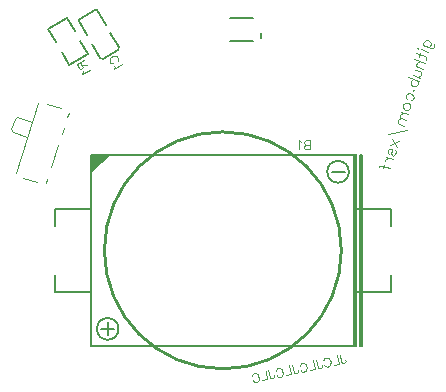
<source format=gbo>
G04 Layer: BottomSilkscreenLayer*
G04 EasyEDA v6.5.22, 2023-01-18 18:11:45*
G04 3f45770606e946e99412526f685ae31c,41bbaa2022c14ae6819927e2b53804d3,10*
G04 Gerber Generator version 0.2*
G04 Scale: 100 percent, Rotated: No, Reflected: No *
G04 Dimensions in millimeters *
G04 leading zeros omitted , absolute positions ,4 integer and 5 decimal *
%FSLAX45Y45*%
%MOMM*%

%ADD10C,0.1200*%
%ADD11C,0.1524*%
%ADD12C,0.1520*%
%ADD13C,0.2000*%
%ADD14C,0.1016*%
%ADD15C,0.1520*%
%ADD16C,0.2540*%
%ADD17C,0.0113*%

%LPD*%
D10*
X-3309597Y1035397D02*
G01*
X-3240427Y1012924D01*
X-3226056Y1013033D01*
X-3220328Y1015951D01*
X-3213196Y1023193D01*
X-3208982Y1036162D01*
X-3210496Y1046213D01*
X-3296627Y1031184D02*
G01*
X-3302464Y1042639D01*
X-3303978Y1052690D01*
X-3299764Y1065659D01*
X-3292632Y1072901D01*
X-3281177Y1078737D01*
X-3266803Y1078847D01*
X-3258157Y1076037D01*
X-3246592Y1067501D01*
X-3240755Y1056045D01*
X-3239241Y1045994D01*
X-3243455Y1033025D01*
X-3250587Y1025784D01*
X-3262043Y1019947D01*
X-3349127Y1016698D02*
G01*
X-3346208Y1010970D01*
X-3351936Y1008052D01*
X-3354854Y1013780D01*
X-3349127Y1016698D01*
X-3320272Y1002543D02*
G01*
X-3259749Y982878D01*
X-3365421Y966551D02*
G01*
X-3291931Y942672D01*
X-3280366Y934135D01*
X-3278852Y924087D01*
X-3281662Y915441D01*
X-3330945Y969688D02*
G01*
X-3340778Y939429D01*
X-3381715Y916406D02*
G01*
X-3290933Y886909D01*
X-3334161Y900955D02*
G01*
X-3351344Y892200D01*
X-3358476Y884958D01*
X-3362690Y871989D01*
X-3361176Y861938D01*
X-3349612Y853401D01*
X-3306384Y839355D01*
X-3376175Y830488D02*
G01*
X-3332944Y816442D01*
X-3321382Y807905D01*
X-3319868Y797854D01*
X-3324082Y784885D01*
X-3331215Y777646D01*
X-3348395Y768891D01*
X-3391626Y782937D02*
G01*
X-3331105Y763272D01*
X-3431156Y764237D02*
G01*
X-3340374Y734740D01*
X-3387928Y750191D02*
G01*
X-3399383Y744354D01*
X-3406515Y737113D01*
X-3410729Y724143D01*
X-3409215Y714093D01*
X-3403379Y702637D01*
X-3391814Y694100D01*
X-3383168Y691291D01*
X-3368794Y691400D01*
X-3357338Y697237D01*
X-3350206Y704479D01*
X-3345992Y717448D01*
X-3347506Y727499D01*
X-3353343Y738954D01*
X-3389520Y657031D02*
G01*
X-3383793Y659950D01*
X-3380874Y654222D01*
X-3386602Y651304D01*
X-3389520Y657031D01*
X-3442987Y580730D02*
G01*
X-3448824Y592185D01*
X-3450338Y602236D01*
X-3446124Y615205D01*
X-3438992Y622447D01*
X-3427536Y628284D01*
X-3413165Y628390D01*
X-3404519Y625581D01*
X-3392954Y617047D01*
X-3387117Y605591D01*
X-3385604Y595541D01*
X-3389817Y582571D01*
X-3396950Y575330D01*
X-3408405Y569493D01*
X-3472251Y534796D02*
G01*
X-3465118Y542038D01*
X-3453663Y547875D01*
X-3439289Y547984D01*
X-3430643Y545175D01*
X-3419081Y536638D01*
X-3413244Y525183D01*
X-3411730Y515132D01*
X-3415944Y502163D01*
X-3423076Y494921D01*
X-3434532Y489087D01*
X-3448903Y488977D01*
X-3457549Y491787D01*
X-3469114Y500324D01*
X-3474951Y511776D01*
X-3476464Y521827D01*
X-3472251Y534796D01*
X-3492759Y471683D02*
G01*
X-3432238Y452018D01*
X-3475466Y466064D02*
G01*
X-3492649Y457309D01*
X-3499782Y450067D01*
X-3503996Y437098D01*
X-3502482Y427047D01*
X-3490917Y418510D01*
X-3447689Y404464D01*
X-3490917Y418510D02*
G01*
X-3508100Y409755D01*
X-3515233Y402513D01*
X-3519446Y389544D01*
X-3517933Y379496D01*
X-3506368Y370959D01*
X-3463140Y356913D01*
X-3605766Y285681D02*
G01*
X-3442149Y318549D01*
X-3567485Y241698D02*
G01*
X-3522413Y174482D01*
X-3582936Y194147D02*
G01*
X-3506962Y222034D01*
X-3594686Y113847D02*
G01*
X-3601928Y120980D01*
X-3602037Y135354D01*
X-3597823Y148323D01*
X-3589286Y159887D01*
X-3579235Y161401D01*
X-3571996Y154269D01*
X-3570483Y144218D01*
X-3573183Y121198D01*
X-3571669Y111147D01*
X-3564427Y104015D01*
X-3560104Y102610D01*
X-3550053Y104124D01*
X-3541516Y115689D01*
X-3537303Y128658D01*
X-3537412Y143032D01*
X-3544653Y150164D01*
X-3616926Y89529D02*
G01*
X-3556406Y69865D01*
X-3590988Y81102D02*
G01*
X-3605362Y80995D01*
X-3616817Y75158D01*
X-3623950Y67917D01*
X-3628163Y54947D01*
X-3678933Y1663D02*
G01*
X-3676124Y10309D01*
X-3668991Y17551D01*
X-3654618Y17660D01*
X-3581128Y-6217D01*
X-3637434Y26415D02*
G01*
X-3647267Y-3845D01*
X-4008719Y-1584081D02*
G01*
X-3996621Y-1640992D01*
X-3990797Y-1650906D01*
X-3986484Y-1653705D01*
X-3978615Y-1655752D01*
X-3971500Y-1654241D01*
X-3965143Y-1649168D01*
X-3962339Y-1644858D01*
X-3961051Y-1633430D01*
X-3962565Y-1626316D01*
X-4032194Y-1589069D02*
G01*
X-4016316Y-1663766D01*
X-4016316Y-1663766D02*
G01*
X-4058998Y-1672836D01*
X-4147924Y-1632257D02*
G01*
X-4145881Y-1624385D01*
X-4140278Y-1615760D01*
X-4133921Y-1610692D01*
X-4119692Y-1607670D01*
X-4111823Y-1609714D01*
X-4103197Y-1615315D01*
X-4098129Y-1621673D01*
X-4092303Y-1631586D01*
X-4088523Y-1649371D01*
X-4089811Y-1660799D01*
X-4091856Y-1668668D01*
X-4097456Y-1677294D01*
X-4103817Y-1682361D01*
X-4118043Y-1685389D01*
X-4125915Y-1683341D01*
X-4134540Y-1677741D01*
X-4139608Y-1671383D01*
X-4210748Y-1627022D02*
G01*
X-4198653Y-1683933D01*
X-4192828Y-1693847D01*
X-4188515Y-1696651D01*
X-4180644Y-1698693D01*
X-4173529Y-1697182D01*
X-4167172Y-1692112D01*
X-4164373Y-1687802D01*
X-4163085Y-1676372D01*
X-4164596Y-1669257D01*
X-4234225Y-1632013D02*
G01*
X-4218348Y-1706707D01*
X-4218348Y-1706707D02*
G01*
X-4261032Y-1715782D01*
X-4349955Y-1675201D02*
G01*
X-4347911Y-1667332D01*
X-4342310Y-1658706D01*
X-4335950Y-1653636D01*
X-4321726Y-1650611D01*
X-4313854Y-1652656D01*
X-4305228Y-1658259D01*
X-4300159Y-1664616D01*
X-4294334Y-1674530D01*
X-4290555Y-1692315D01*
X-4291843Y-1703743D01*
X-4293887Y-1711612D01*
X-4299491Y-1720237D01*
X-4305846Y-1725307D01*
X-4320075Y-1728330D01*
X-4327944Y-1726285D01*
X-4336569Y-1720684D01*
X-4341639Y-1714327D01*
X-4412780Y-1669968D02*
G01*
X-4400684Y-1726877D01*
X-4394860Y-1736791D01*
X-4390544Y-1739592D01*
X-4382676Y-1741637D01*
X-4375564Y-1740126D01*
X-4369206Y-1735056D01*
X-4366404Y-1730743D01*
X-4365114Y-1719318D01*
X-4366628Y-1712203D01*
X-4436257Y-1674954D02*
G01*
X-4420379Y-1749651D01*
X-4420379Y-1749651D02*
G01*
X-4463061Y-1758723D01*
X-4551987Y-1718144D02*
G01*
X-4549945Y-1710273D01*
X-4544341Y-1701647D01*
X-4537984Y-1696577D01*
X-4523755Y-1693555D01*
X-4515886Y-1695599D01*
X-4507260Y-1701200D01*
X-4502190Y-1707558D01*
X-4496366Y-1717471D01*
X-4492584Y-1735259D01*
X-4493874Y-1746684D01*
X-4495919Y-1754555D01*
X-4501522Y-1763179D01*
X-4507880Y-1768251D01*
X-4522106Y-1771274D01*
X-4529978Y-1769229D01*
X-4538604Y-1763628D01*
X-4543671Y-1757271D01*
X-4614811Y-1712909D02*
G01*
X-4602716Y-1769818D01*
X-4596889Y-1779734D01*
X-4592579Y-1782536D01*
X-4584707Y-1784578D01*
X-4577595Y-1783067D01*
X-4571235Y-1778000D01*
X-4568436Y-1773687D01*
X-4567146Y-1762259D01*
X-4568657Y-1755147D01*
X-4638288Y-1717901D02*
G01*
X-4622411Y-1792594D01*
X-4622411Y-1792594D02*
G01*
X-4665093Y-1801667D01*
X-4754018Y-1761086D02*
G01*
X-4751974Y-1753217D01*
X-4746373Y-1744591D01*
X-4740013Y-1739521D01*
X-4725786Y-1736496D01*
X-4717917Y-1738543D01*
X-4709292Y-1744144D01*
X-4704224Y-1750501D01*
X-4698398Y-1760418D01*
X-4694618Y-1778200D01*
X-4695906Y-1789628D01*
X-4697953Y-1797497D01*
X-4703551Y-1806122D01*
X-4709909Y-1811192D01*
X-4724138Y-1814217D01*
X-4732007Y-1812173D01*
X-4740633Y-1806569D01*
X-4745702Y-1800212D01*
X-4259991Y230725D02*
G01*
X-4259991Y154363D01*
X-4259991Y230725D02*
G01*
X-4292719Y230725D01*
X-4303628Y227091D01*
X-4307263Y223453D01*
X-4310900Y216181D01*
X-4310900Y208909D01*
X-4307263Y201635D01*
X-4303628Y197999D01*
X-4292719Y194363D01*
X-4259991Y194363D02*
G01*
X-4292719Y194363D01*
X-4303628Y190726D01*
X-4307263Y187091D01*
X-4310900Y179816D01*
X-4310900Y168910D01*
X-4307263Y161635D01*
X-4303628Y157999D01*
X-4292719Y154363D01*
X-4259991Y154363D01*
X-4334901Y216181D02*
G01*
X-4342173Y219816D01*
X-4353082Y230725D01*
X-4353082Y154363D01*
X-5926625Y882886D02*
G01*
X-5934740Y882401D01*
X-5944676Y885062D01*
X-5951461Y889543D01*
X-5958733Y902139D01*
X-5959221Y910254D01*
X-5956559Y920191D01*
X-5952078Y926975D01*
X-5944450Y935578D01*
X-5928702Y944669D01*
X-5917438Y946975D01*
X-5909322Y947463D01*
X-5899386Y944801D01*
X-5892601Y940320D01*
X-5885329Y927724D01*
X-5884842Y919606D01*
X-5887504Y909673D01*
X-5891984Y902886D01*
X-5917773Y860285D02*
G01*
X-5917285Y852167D01*
X-5921281Y837265D01*
X-5855147Y875446D01*
X-6237711Y873475D02*
G01*
X-6171580Y911656D01*
X-6237711Y873475D02*
G01*
X-6221349Y845131D01*
X-6212746Y837504D01*
X-6207777Y836173D01*
X-6199662Y836658D01*
X-6193363Y840295D01*
X-6188882Y847082D01*
X-6187551Y852048D01*
X-6189858Y863315D01*
X-6206220Y891656D01*
X-6193492Y869612D02*
G01*
X-6146124Y867567D01*
X-6187660Y815875D02*
G01*
X-6187173Y807758D01*
X-6191166Y792855D01*
X-6125034Y831037D01*
G36*
X-3894988Y115265D02*
G01*
X-3894988Y-894994D01*
X-3865016Y-899972D01*
X-3864508Y-506780D01*
X-3864508Y115265D01*
G37*
G36*
X-3894988Y-893216D02*
G01*
X-3894988Y-1515262D01*
X-3864508Y-1515262D01*
X-3864508Y-893216D01*
G37*
G36*
X-6112611Y107645D02*
G01*
X-6112611Y-39624D01*
X-5965190Y107645D01*
G37*
D11*
X-6112609Y-1507619D02*
G01*
X-6112609Y-898319D01*
D12*
X-4079994Y-35001D02*
G01*
X-3969989Y-35001D01*
X-5919985Y-1364995D02*
G01*
X-6029985Y-1364995D01*
X-5974986Y-1419997D02*
G01*
X-5974986Y-1309997D01*
X-6112609Y-501677D02*
G01*
X-6112609Y-905692D01*
D11*
X-3819992Y104998D02*
G01*
X-3819992Y-1505242D01*
D12*
X-3819992Y107375D02*
G01*
X-3834993Y107375D01*
X-3834993Y-1507622D01*
X-3819992Y-1507622D01*
X-3574981Y-1049997D02*
G01*
X-3887363Y-1049997D01*
X-3574981Y-1049997D02*
G01*
X-3574978Y-908011D01*
X-3574981Y-349999D02*
G01*
X-3574978Y-491985D01*
X-3574981Y-349999D02*
G01*
X-3887363Y-349999D01*
X-6424988Y-1049997D02*
G01*
X-6112609Y-1049997D01*
X-6424988Y-1049997D02*
G01*
X-6424988Y-908011D01*
X-6424988Y-349999D02*
G01*
X-6424988Y-491985D01*
X-6424988Y-349999D02*
G01*
X-6112609Y-349999D01*
X-5964011Y107622D02*
G01*
X-5966437Y107622D01*
X-6112609Y-38549D01*
D11*
X-3887370Y107622D02*
G01*
X-6112609Y107622D01*
X-6112609Y107622D02*
G01*
X-6112609Y-501677D01*
X-3887370Y-1507619D02*
G01*
X-6112609Y-1507619D01*
X-6037681Y927963D02*
G01*
X-6108184Y1050071D01*
X-5951674Y1140432D02*
G01*
X-5881174Y1018324D01*
X-5886749Y997506D02*
G01*
X-6016863Y922383D01*
X-6218801Y1241671D02*
G01*
X-6148301Y1119563D01*
X-5991791Y1209923D02*
G01*
X-6062294Y1332031D01*
X-6083112Y1337612D02*
G01*
X-6213226Y1262489D01*
D13*
X-4680587Y1140851D02*
G01*
X-4680587Y1100851D01*
X-4940587Y1070851D02*
G01*
X-4740587Y1070851D01*
X-4940587Y1270848D02*
G01*
X-4740587Y1270848D01*
D11*
X-6206754Y1074613D02*
G01*
X-6142507Y963333D01*
X-6301353Y871623D01*
X-6365600Y982903D01*
X-6254374Y1157091D02*
G01*
X-6318620Y1268371D01*
X-6477467Y1176662D01*
X-6413220Y1065382D01*
D14*
X-6615120Y384863D02*
G01*
X-6739041Y425127D01*
X-6764004Y412407D01*
X-6791868Y326646D01*
X-6778993Y301360D01*
X-6655305Y261172D01*
X-6305796Y463110D02*
G01*
X-6316614Y429821D01*
X-6562582Y546541D02*
G01*
X-6754174Y-43111D01*
X-6486573Y-93261D02*
G01*
X-6497388Y-126545D01*
X-6393870Y192054D02*
G01*
X-6455676Y1846D01*
X-6347513Y334716D02*
G01*
X-6362964Y287162D01*
X-6485074Y542391D02*
G01*
X-6370947Y505307D01*
X-6689026Y-85308D02*
G01*
X-6574899Y-122392D01*
D12*
G75*
G01*
X-4410347Y107663D02*
G02*
X-4409481Y-1507028I-589642J-807662D01*
G75*
G01*
X-5589628Y-1507660D02*
G02*
X-5590497Y107031I589641J807663D01*
D11*
G75*
G01*
X-5881174Y1018324D02*
G02*
X-5886750Y997506I-13198J-7621D01*
G75*
G01*
X-6016864Y922383D02*
G02*
X-6037682Y927964I-7619J13199D01*
G75*
G01*
X-6062294Y1332032D02*
G03*
X-6083112Y1337612I-13199J-7619D01*
G75*
G01*
X-6213226Y1262489D02*
G03*
X-6218801Y1241671I7622J-13197D01*
D15*
G75*
G01
X-5883199Y-1364996D02*
G03X-5883199Y-1364996I-91796J0D01*
G75*
G01
X-3933190Y-35001D02*
G03X-3933190Y-35001I-91796J0D01*
D16*
G75*
G01
X-3996690Y-699999D02*
G03X-3996690Y-699999I-1003300J0D01*
M02*

</source>
